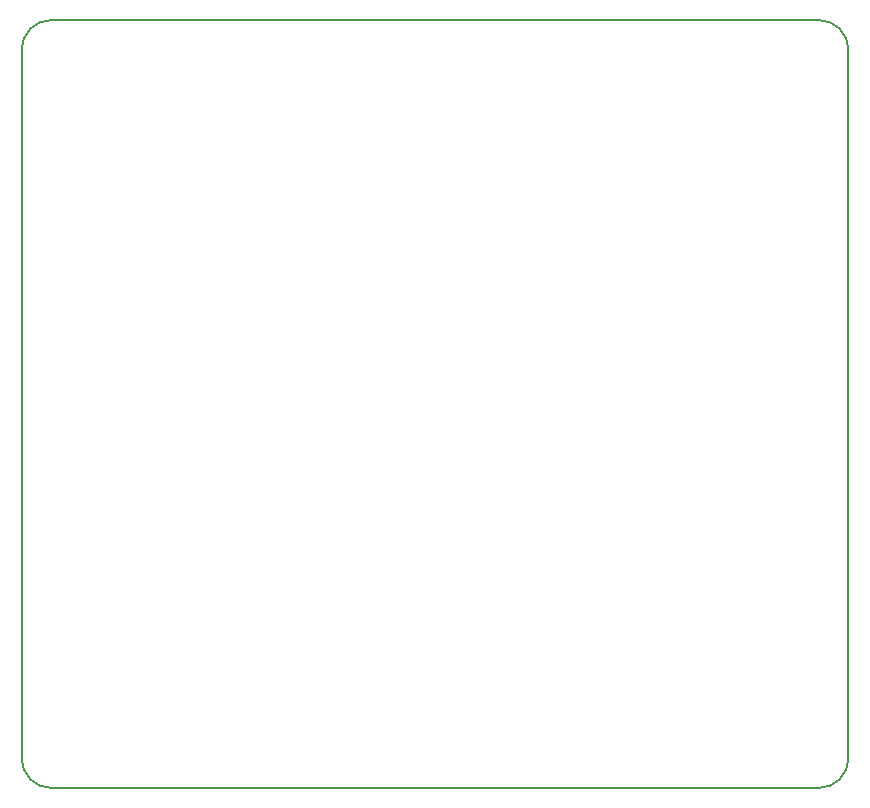
<source format=gm1>
G04 #@! TF.FileFunction,Profile,NP*
%FSLAX46Y46*%
G04 Gerber Fmt 4.6, Leading zero omitted, Abs format (unit mm)*
G04 Created by KiCad (PCBNEW 4.0.1-stable) date Monday, April 10, 2017 'AMt' 12:08:22 AM*
%MOMM*%
G01*
G04 APERTURE LIST*
%ADD10C,0.100000*%
%ADD11C,0.150000*%
G04 APERTURE END LIST*
D10*
D11*
X132500000Y-50000000D02*
G75*
G03X130000000Y-52500000I0J-2500000D01*
G01*
X130000000Y-112500000D02*
G75*
G03X132500000Y-115000000I2500000J0D01*
G01*
X197500000Y-115000000D02*
G75*
G03X200000000Y-112500000I0J2500000D01*
G01*
X200000000Y-52500000D02*
G75*
G03X197500000Y-50000000I-2500000J0D01*
G01*
X132500000Y-115000000D02*
X197500000Y-115000000D01*
X130000000Y-52500000D02*
X130000000Y-112500000D01*
X200000000Y-52500000D02*
X200000000Y-112500000D01*
X132500000Y-50000000D02*
X197500000Y-50000000D01*
M02*

</source>
